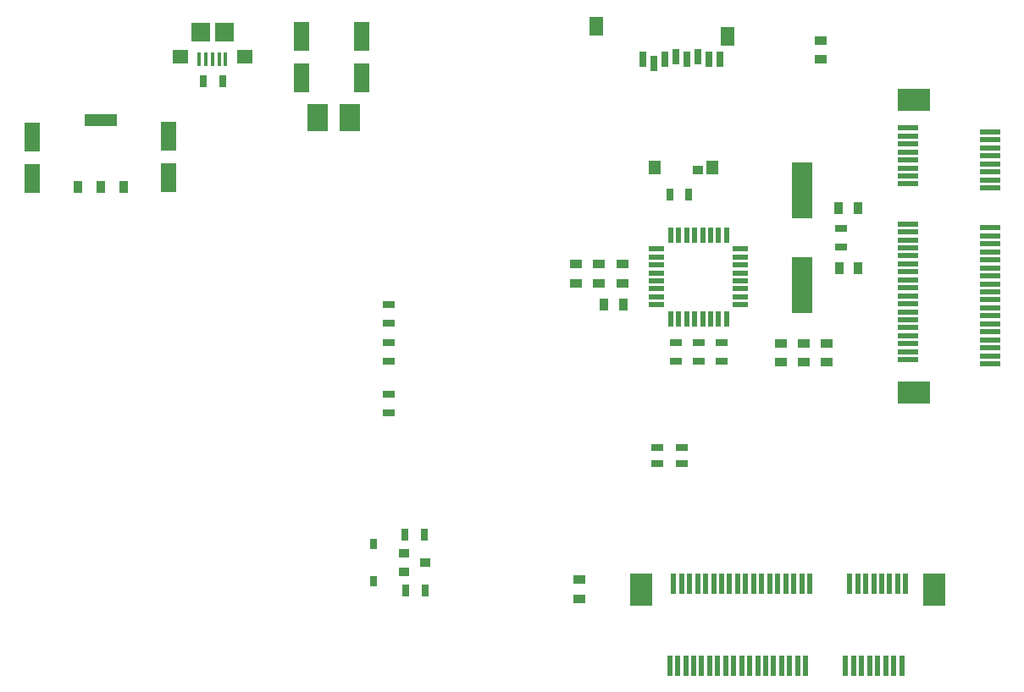
<source format=gtp>
G04*
G04 #@! TF.GenerationSoftware,Altium Limited,Altium Designer,22.0.2 (36)*
G04*
G04 Layer_Color=8421504*
%FSLAX44Y44*%
%MOMM*%
G71*
G04*
G04 #@! TF.SameCoordinates,FC35110A-CA5B-4856-B909-DC3729F2DC72*
G04*
G04*
G04 #@! TF.FilePolarity,Positive*
G04*
G01*
G75*
%ADD17R,1.0000X0.8500*%
%ADD18R,2.1000X5.6000*%
%ADD19R,1.3000X1.4000*%
%ADD20R,1.0000X0.9500*%
%ADD21R,0.8000X1.5000*%
%ADD22R,1.4000X1.9000*%
%ADD23R,1.3000X0.7000*%
%ADD24R,0.9300X1.3100*%
%ADD25R,1.6000X3.0000*%
%ADD26R,2.0000X0.6000*%
%ADD27R,1.3000X0.9000*%
%ADD28R,0.6000X2.0000*%
%ADD29R,2.0000X2.7000*%
%ADD30R,0.8000X1.0000*%
%ADD31R,0.4000X1.3500*%
%ADD32R,0.9000X1.3000*%
%ADD33R,1.5000X0.5500*%
%ADD34R,1.9000X1.9000*%
%ADD35R,1.6000X1.4000*%
%ADD36R,0.7000X1.3000*%
%ADD37R,0.5500X1.5000*%
%ADD38R,3.2000X2.3000*%
%ADD39R,2.3000X3.2000*%
%ADD40R,3.2400X1.3100*%
D17*
X441500Y106500D02*
D03*
Y125500D02*
D03*
X462500Y116000D02*
D03*
D18*
X839000Y393500D02*
D03*
Y488500D02*
D03*
D19*
X749400Y511400D02*
D03*
X691900D02*
D03*
D20*
X735000Y509150D02*
D03*
D21*
X757000Y620000D02*
D03*
X746000D02*
D03*
X735000Y622000D02*
D03*
X724000Y620000D02*
D03*
X713000Y622000D02*
D03*
X702000Y620000D02*
D03*
X691000Y616000D02*
D03*
X680000Y620000D02*
D03*
D22*
X764900Y642900D02*
D03*
X633400Y652900D02*
D03*
D23*
X713000Y317500D02*
D03*
X736000D02*
D03*
X426000Y265500D02*
D03*
X759000Y317500D02*
D03*
X426000Y317500D02*
D03*
Y374500D02*
D03*
Y355500D02*
D03*
X736000Y336500D02*
D03*
X713000D02*
D03*
X719000Y231000D02*
D03*
Y215000D02*
D03*
X695000Y231000D02*
D03*
Y215000D02*
D03*
X426000Y284500D02*
D03*
Y336500D02*
D03*
X759000Y336500D02*
D03*
X878000Y450500D02*
D03*
Y431500D02*
D03*
D24*
X138000Y491550D02*
D03*
X160900D02*
D03*
X115100D02*
D03*
D25*
X70000Y500500D02*
D03*
X399000Y601500D02*
D03*
X206000Y501500D02*
D03*
X339000Y601500D02*
D03*
Y642500D02*
D03*
X399000D02*
D03*
X206000Y542500D02*
D03*
X70000Y541500D02*
D03*
D26*
X1027000Y547000D02*
D03*
X945000Y551000D02*
D03*
Y543000D02*
D03*
Y511000D02*
D03*
Y503000D02*
D03*
Y527000D02*
D03*
Y519000D02*
D03*
Y535000D02*
D03*
Y495000D02*
D03*
Y455000D02*
D03*
X1027000Y363000D02*
D03*
Y315000D02*
D03*
X945000Y319000D02*
D03*
X1027000Y323000D02*
D03*
X945000Y327000D02*
D03*
X1027000Y331000D02*
D03*
X945000Y335000D02*
D03*
X1027000Y339000D02*
D03*
X945000Y343000D02*
D03*
X1027000Y347000D02*
D03*
X945000Y351000D02*
D03*
X1027000Y355000D02*
D03*
X945000Y359000D02*
D03*
Y367000D02*
D03*
X1027000Y371000D02*
D03*
X945000Y375000D02*
D03*
X1027000Y379000D02*
D03*
X945000Y383000D02*
D03*
X1027000Y387000D02*
D03*
X945000Y391000D02*
D03*
X1027000Y395000D02*
D03*
X945000Y399000D02*
D03*
X1027000Y403000D02*
D03*
X945000Y407000D02*
D03*
X1027000Y411000D02*
D03*
X945000Y415000D02*
D03*
X1027000Y419000D02*
D03*
X945000Y423000D02*
D03*
X1027000Y427000D02*
D03*
X945000Y431000D02*
D03*
X1027000Y435000D02*
D03*
X945000Y439000D02*
D03*
X1027000Y443000D02*
D03*
X945000Y447000D02*
D03*
X1027000Y451000D02*
D03*
Y491000D02*
D03*
Y499000D02*
D03*
Y507000D02*
D03*
Y515000D02*
D03*
Y523000D02*
D03*
Y531000D02*
D03*
Y539000D02*
D03*
D27*
X858000Y638500D02*
D03*
X864000Y316500D02*
D03*
X613000Y414500D02*
D03*
X858000Y619500D02*
D03*
X841000Y316500D02*
D03*
X818000Y316500D02*
D03*
X660000Y395500D02*
D03*
X636000D02*
D03*
X617000Y80000D02*
D03*
Y99000D02*
D03*
X864000Y335500D02*
D03*
X841000D02*
D03*
X818000Y335500D02*
D03*
X613000Y395500D02*
D03*
X636000Y414500D02*
D03*
X660000D02*
D03*
D28*
X939000Y13000D02*
D03*
X755000D02*
D03*
X943000Y95000D02*
D03*
X935000D02*
D03*
X931000Y13000D02*
D03*
X927000Y95000D02*
D03*
X923000Y13000D02*
D03*
X919000Y95000D02*
D03*
X915000Y13000D02*
D03*
X911000Y95000D02*
D03*
X907000Y13000D02*
D03*
X903000Y95000D02*
D03*
X899000Y13000D02*
D03*
X895000Y95000D02*
D03*
X891000Y13000D02*
D03*
X887000Y95000D02*
D03*
X883000Y13000D02*
D03*
X847000Y95000D02*
D03*
X843000Y13000D02*
D03*
X839000Y95000D02*
D03*
X835000Y13000D02*
D03*
X831000Y95000D02*
D03*
X827000Y13000D02*
D03*
X823000Y95000D02*
D03*
X819000Y13000D02*
D03*
X815000Y95000D02*
D03*
X811000Y13000D02*
D03*
X807000Y95000D02*
D03*
X803000Y13000D02*
D03*
X799000Y95000D02*
D03*
X795000Y13000D02*
D03*
X791000Y95000D02*
D03*
X787000Y13000D02*
D03*
X783000Y95000D02*
D03*
X779000Y13000D02*
D03*
X775000Y95000D02*
D03*
X771000Y13000D02*
D03*
X767000Y95000D02*
D03*
X763000Y13000D02*
D03*
X759000Y95000D02*
D03*
X751000D02*
D03*
X747000Y13000D02*
D03*
X743000Y95000D02*
D03*
X739000Y13000D02*
D03*
X735000Y95000D02*
D03*
X731000Y13000D02*
D03*
X727000Y95000D02*
D03*
X723000Y13000D02*
D03*
X719000Y95000D02*
D03*
X715000Y13000D02*
D03*
X711000Y95000D02*
D03*
X707000Y13000D02*
D03*
D29*
X387000Y561000D02*
D03*
X355000D02*
D03*
D30*
X411000Y135000D02*
D03*
Y97000D02*
D03*
D31*
X263000Y620000D02*
D03*
X237000D02*
D03*
X243500D02*
D03*
X250000D02*
D03*
X256500D02*
D03*
D32*
X895000Y471000D02*
D03*
X895500Y411000D02*
D03*
X641500Y374000D02*
D03*
X660500D02*
D03*
X876000Y471000D02*
D03*
X876500Y411000D02*
D03*
D33*
X778000Y406000D02*
D03*
X694000Y398000D02*
D03*
X778000Y374000D02*
D03*
Y382000D02*
D03*
Y390000D02*
D03*
Y398000D02*
D03*
Y414000D02*
D03*
Y422000D02*
D03*
Y430000D02*
D03*
X694000D02*
D03*
Y422000D02*
D03*
Y414000D02*
D03*
Y406000D02*
D03*
Y390000D02*
D03*
Y382000D02*
D03*
Y374000D02*
D03*
D34*
X238000Y646750D02*
D03*
X262000D02*
D03*
D35*
X282000Y622250D02*
D03*
X218000D02*
D03*
D36*
X260000Y598000D02*
D03*
X442500Y144000D02*
D03*
X443500Y88000D02*
D03*
X462500D02*
D03*
X461500Y144000D02*
D03*
X726000Y484000D02*
D03*
X707000D02*
D03*
X241000Y598000D02*
D03*
D37*
X764000Y444000D02*
D03*
X756000D02*
D03*
X748000D02*
D03*
X740000D02*
D03*
X732000D02*
D03*
X724000D02*
D03*
X716000D02*
D03*
X708000D02*
D03*
Y360000D02*
D03*
X716000D02*
D03*
X724000D02*
D03*
X732000D02*
D03*
X740000D02*
D03*
X748000D02*
D03*
X756000D02*
D03*
X764000D02*
D03*
D38*
X951000Y286500D02*
D03*
Y579500D02*
D03*
D39*
X971500Y89000D02*
D03*
X678500D02*
D03*
D40*
X138000Y558450D02*
D03*
M02*

</source>
